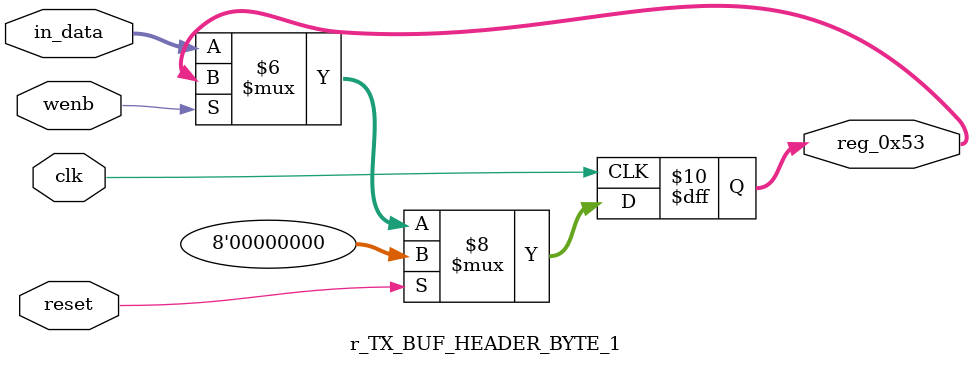
<source format=v>
module r_TX_BUF_HEADER_BYTE_1(output reg [7:0] reg_0x53, input wire reset, input wire wenb, input wire [7:0] in_data, input wire clk);
	always@(posedge clk)
	begin
		if(reset==0) begin
			if(wenb==0)
				reg_0x53<=in_data;
			else
				reg_0x53<=reg_0x53;
		end
		else
			reg_0x53<=8'h00;
	end
endmodule
</source>
